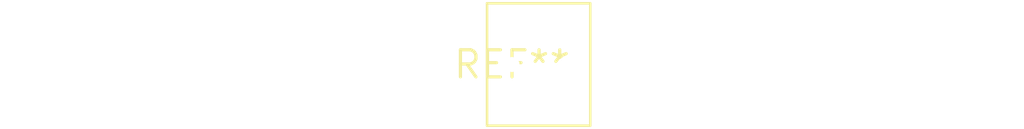
<source format=kicad_pcb>
(kicad_pcb (version 20240108) (generator pcbnew)
  (layers (0 "F.Cu" signal) (31 "B.Cu" signal) (34 "B.Paste" user) (35 "F.Paste" user) (36 "B.SilkS" user "B.Silkscreen") (37 "F.SilkS" user "F.Silkscreen") (38 "B.Mask" user) (39 "F.Mask" user) (44 "Edge.Cuts" user))
  (net 0 "")
  (footprint "C_Rect_L4.6mm_W5.5mm_P2.50mm_MKS02_FKP02" (layer "F.Cu") (at 0 0)
    (property "Reference" "REF**")
    (property "Value" "C_Rect_L4.6mm_W5.5mm_P2.50mm_MKS02_FKP02")
    (fp_line (start -1.17 -2.87) (end -1.17 2.87) (layer "F.SilkS") (stroke (width 0.12)))
    (fp_line (start -1.17 -2.87) (end 3.67 -2.87) (layer "F.SilkS") (stroke (width 0.12)))
    (fp_line (start -1.17 2.87) (end 3.67 2.87) (layer "F.SilkS") (stroke (width 0.12)))
    (fp_line (start 3.67 -2.87) (end 3.67 2.87) (layer "F.SilkS") (stroke (width 0.12)))
    (pad "1" thru_hole circle (at 0 0) (size 1.4 1.4) (drill 0.7) (layers *.Cu *.Mask) (remove_unused_layers))
    (pad "2" thru_hole circle (at 2.5 0) (size 1.4 1.4) (drill 0.7) (layers *.Cu *.Mask) (remove_unused_layers))
  )
)
</source>
